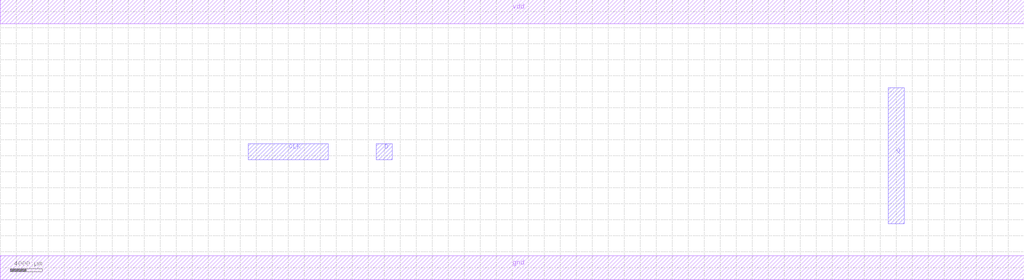
<source format=lef>
MACRO DFFNEGX1
 CLASS CORE ;
 ORIGIN 0 0 ;
 FOREIGN DFFNEGX1 0 0 ;
 SITE CORE ;
 SYMMETRY X Y R90 ;
  PIN vdd
   DIRECTION INOUT ;
   USE SIGNAL ;
   SHAPE ABUTMENT ;
    PORT
     CLASS CORE ;
       LAYER metal1 ;
        RECT 0.00000000 30500.00000000 128000.00000000 33500.00000000 ;
    END
  END vdd

  PIN gnd
   DIRECTION INOUT ;
   USE SIGNAL ;
   SHAPE ABUTMENT ;
    PORT
     CLASS CORE ;
       LAYER metal1 ;
        RECT 0.00000000 -1500.00000000 128000.00000000 1500.00000000 ;
    END
  END gnd

  PIN D
   DIRECTION INOUT ;
   USE SIGNAL ;
   SHAPE ABUTMENT ;
    PORT
     CLASS CORE ;
       LAYER metal2 ;
        RECT 47000.00000000 13500.00000000 49000.00000000 15500.00000000 ;
    END
  END D

  PIN CLK
   DIRECTION INOUT ;
   USE SIGNAL ;
   SHAPE ABUTMENT ;
    PORT
     CLASS CORE ;
       LAYER metal2 ;
        RECT 31000.00000000 13500.00000000 41000.00000000 15500.00000000 ;
    END
  END CLK

  PIN Q
   DIRECTION INOUT ;
   USE SIGNAL ;
   SHAPE ABUTMENT ;
    PORT
     CLASS CORE ;
       LAYER metal2 ;
        RECT 111000.00000000 5500.00000000 113000.00000000 22500.00000000 ;
    END
  END Q


END DFFNEGX1

</source>
